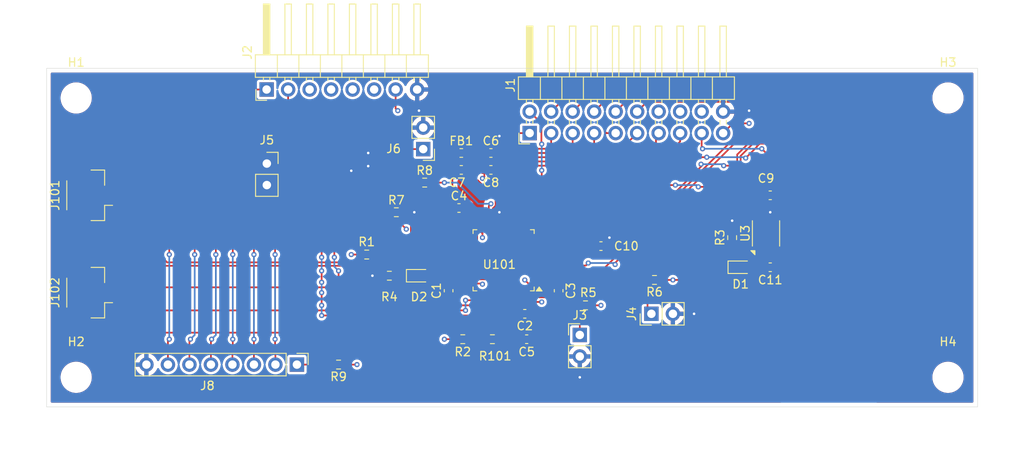
<source format=kicad_pcb>
(kicad_pcb (version 20240108) (generator "pcbnew") (generator_version "8.0")
  (layers (0 "F.Cu" signal) (1 "In1.Cu" signal) (2 "In2.Cu" signal) (31 "B.Cu" signal) (34 "B.Paste" user) (35 "F.Paste" user) (36 "B.SilkS" user "B.Silkscreen") (37 "F.SilkS" user "F.Silkscreen") (38 "B.Mask" user) (39 "F.Mask" user) (44 "Edge.Cuts" user))
  (net 0 "")
  (net 1 "/NRST")
  (net 2 "/M2_DIR")
  (net 3 "Net-(D2-A)")
  (net 4 "Net-(J4-Pin_1)")
  (net 5 "/M2_TACHO")
  (net 6 "/M2_BRAKE")
  (net 7 "/M2_FAULT")
  (net 8 "/M2_PWM")
  (net 9 "/M1_DIR")
  (net 10 "/M1_PWM")
  (net 11 "+6V")
  (net 12 "/M1_BRAKE")
  (net 13 "/SCL")
  (net 14 "/SDA")
  (net 15 "/M1_TACHO")
  (net 16 "GND")
  (net 17 "/M1_FAULT")
  (net 18 "/BOOT0")
  (net 19 "Net-(J6-Pin_1)")
  (net 20 "/UART_TX")
  (net 22 "/UART_RX")
  (net 23 "/SWDCLK")
  (net 24 "Net-(J8-Pin_6)")
  (net 28 "Net-(J8-Pin_2)")
  (net 29 "Net-(J3-Pin_1)")
  (net 30 "+3.3V")
  (net 31 "Net-(J8-Pin_1)")
  (net 33 "Net-(J8-Pin_7)")
  (net 35 "Net-(J8-Pin_5)")
  (net 38 "/WAVEARM_PWM_2")
  (net 39 "/WAVEARM_PWM_1")
  (net 40 "/M2_SLEEP")
  (net 41 "Net-(J8-Pin_4)")
  (net 46 "/M1_SLEEP")
  (net 49 "Net-(J8-Pin_3)")
  (net 50 "/SWDIO")
  (net 51 "Net-(U101-VDDA)")
  (net 52 "/PWR_LED_Cathode")
  (net 53 "Net-(J5-Pin_1)")
  (footprint "Capacitor_SMD:C_0603_1608Metric" (layer "F.Cu") (at 184.5 70.5)
    (property "Reference" "C11")
    (property "Value" "2.2u")
  )
  (footprint "Package_QFP:LQFP-48_7x7mm_P0.5mm" (layer "F.Cu") (at 153 69.675 180)
    (property "Reference" "U101")
    (property "Value" "STM32G474CET6")
  )
  (footprint "Capacitor_SMD:C_0603_1608Metric" (layer "F.Cu") (at 146.5 73.275 90)
    (property "Reference" "C1")
    (property "Value" "100n")
  )
  (footprint "MountingHole:MountingHole_3.2mm_M3" (layer "F.Cu") (at 205.5 83.5)
    (property "Reference" "H4")
    (property "Value" "MountingHole")
  )
  (footprint "Connector_PinHeader_2.54mm:PinHeader_1x02_P2.54mm_Vertical" (layer "F.Cu") (at 170.46 76 90)
    (property "Reference" "J4")
    (property "Value" "Conn_01x02_Pin")
  )
  (footprint "Diode_SMD:D_0603_1608Metric" (layer "F.Cu") (at 143 71.5)
    (property "Reference" "D2")
    (property "Value" "LED")
  )
  (footprint "Resistor_SMD:R_0603_1608Metric" (layer "F.Cu") (at 139.5 71.5 180)
    (property "Reference" "R4")
    (property "Value" "1k")
  )
  (footprint "Capacitor_SMD:C_0603_1608Metric" (layer "F.Cu") (at 147.725 63.5)
    (property "Reference" "C4")
    (property "Value" "100n")
  )
  (footprint "Capacitor_SMD:C_0603_1608Metric" (layer "F.Cu") (at 151.5 57)
    (property "Reference" "C6")
    (property "Value" "10n")
  )
  (footprint "Connector_PinHeader_2.54mm:PinHeader_1x02_P2.54mm_Vertical" (layer "F.Cu") (at 143.5 56.54 180)
    (property "Reference" "J6")
    (property "Value" "Conn_01x02_Pin")
  )
  (footprint "MountingHole:MountingHole_3.2mm_M3" (layer "F.Cu") (at 102.5 50.5)
    (property "Reference" "H1")
    (property "Value" "MountingHole")
  )
  (footprint "Resistor_SMD:R_0603_1608Metric" (layer "F.Cu") (at 133.5 82 180)
    (property "Reference" "R9")
    (property "Value" "10K")
  )
  (footprint "Connector_PinHeader_2.54mm:PinHeader_1x02_P2.54mm_Vertical" (layer "F.Cu") (at 162 78.5)
    (property "Reference" "J3")
    (property "Value" "Conn_01x02_Pin")
  )
  (footprint "Resistor_SMD:R_0603_1608Metric" (layer "F.Cu") (at 180 67 90)
    (property "Reference" "R3")
    (property "Value" "1k")
  )
  (footprint "Connector_PinSocket_2.54mm:PinSocket_1x02_P2.54mm_Vertical" (layer "F.Cu") (at 125.025 58.25)
    (property "Reference" "J5")
    (property "Value" "Conn_01x02_Pin")
  )
  (footprint "Capacitor_SMD:C_0603_1608Metric" (layer "F.Cu") (at 184.5 62 180)
    (property "Reference" "C9")
    (property "Value" "1u")
  )
  (footprint "MountingHole:MountingHole_3.2mm_M3" (layer "F.Cu") (at 102.5 83.5)
    (property "Reference" "H2")
    (property "Value" "MountingHole")
  )
  (footprint "Capacitor_SMD:C_0603_1608Metric" (layer "F.Cu") (at 164.5 68)
    (property "Reference" "C10")
    (property "Value" "100n")
  )
  (footprint "Inductor_SMD:L_0603_1608Metric" (layer "F.Cu") (at 148 57)
    (property "Reference" "FB1")
    (property "Value" "120R")
  )
  (footprint "Connector_JST:JST_GH_BM02B-GHS-TBT_1x02-1MP_P1.25mm_Vertical" (layer "F.Cu") (at 104 62 90)
    (property "Reference" "J101")
    (property "Value" "Conn_01x02")
  )
  (footprint "Capacitor_SMD:C_0603_1608Metric" (layer "F.Cu") (at 159.5 73.275 -90)
    (property "Reference" "C3")
    (property "Value" "100n")
  )
  (footprint "Capacitor_SMD:C_0603_1608Metric" (layer "F.Cu") (at 155.725 79 180)
    (property "Reference" "C5")
    (property "Value" "10u")
  )
  (footprint "Resistor_SMD:R_0603_1608Metric" (layer "F.Cu") (at 162.675 75 180)
    (property "Reference" "R5")
    (property "Value" "10K")
  )
  (footprint "Capacitor_SMD:C_0603_1608Metric" (layer "F.Cu") (at 155.5 76 180)
    (property "Reference" "C2")
    (property "Value" "100n")
  )
  (footprint "Diode_SMD:D_0603_1608Metric" (layer "F.Cu") (at 181 70.5)
    (property "Reference" "D1")
    (property "Value" "LED")
  )
  (footprint "Resistor_SMD:R_0603_1608Metric" (layer "F.Cu") (at 143.675 60.5)
    (property "Reference" "R8")
    (property "Value" "10K")
  )
  (footprint "Resistor_SMD:R_0603_1608Metric" (layer "F.Cu") (at 140.325 64)
    (property "Reference" "R7")
    (property "Value" "10K")
  )
  (footprint "Resistor_SMD:R_0603_1608Metric" (layer "F.Cu") (at 151.675 79)
    (property "Reference" "R101")
    (property "Value" "100k")
  )
  (footprint "Connector_JST:JST_GH_BM02B-GHS-TBT_1x02-1MP_P1.25mm_Vertical" (layer "F.Cu") (at 104 73.5 90)
    (property "Reference" "J102")
    (property "Value" "Conn_01x02")
  )
  (footprint "MountingHole:MountingHole_3.2mm_M3" (layer "F.Cu") (at 205.5 50.5)
    (property "Reference" "H3")
    (property "Value" "MountingHole")
  )
  (footprint "Resistor_SMD:R_0603_1608Metric" (layer "F.Cu") (at 136.825 69)
    (property "Reference" "R1")
    (property "Value" "2k")
  )
  (footprint "Capacitor_SMD:C_0603_1608Metric" (layer "F.Cu") (at 148 59)
    (property "Reference" "C7")
    (property "Value" "1u")
  )
  (footprint "Package_SON:VSON-8-1EP_3x3mm_P0.65mm_EP1.65x2.4mm" (layer "F.Cu") (at 184 66.5 90)
    (property "Reference" "U3")
    (property "Value" "TLV76733QWDRBxQ1")
  )
  (footprint "Resistor_SMD:R_0603_1608Metric" (layer "F.Cu") (at 148.175 79)
    (property "Reference" "R2")
    (property "Value" "2k")
  )
  (footprint "Connector_PinHeader_2.54mm:PinHeader_1x08_P2.54mm_Horizontal" (layer "F.Cu") (at 125 49.5 90)
    (property "Reference" "J2")
    (property "Value" "Conn_01x08")
  )
  (footprint "Connector_PinHeader_2.54mm:PinHeader_2x10_P2.54mm_Horizontal" (layer "F.Cu") (at 156.075 54.65 90)
    (property "Reference" "J1")
    (property "Value" "Conn_02x10_Odd_Even")
  )
  (footprint "Resistor_SMD:R_0603_1608Metric" (layer "F.Cu") (at 170.825 72 180)
    (property "Reference" "R6")
    (property "Value" "10K")
  )
  (footprint "Connector_PinHeader_2.54mm:PinHeader_1x08_P2.54mm_Vertical" (layer "F.Cu") (at 128.58 82 -90)
    (property "Reference" "J8")
    (property "Value" "Conn_01x08")
  )
  (footprint "Capacitor_SMD:C_0603_1608Metric" (layer "F.Cu") (at 151.5 59)
    (property "Reference" "C8")
    (property "Value" "1u")
  )
  (gr_rect (start 99 47) (end 209 87) (stroke (width 0.05)) (fill none) (layer "Edge.Cuts"))
  (gr_text "Sen \nChedi\nGruppe B" (at 186 85.5 0) (layer "F.Cu") (effects (font (size 1.5 1.5) (thickness 0.3) (bold yes)) (justify left bottom)))
  (segment (start 162.009314 69.425) (end 163.434314 68) (width 0.2) (layer "F.Cu") (net 1))
  (segment (start 163.434314 68) (end 163.725 68) (width 0.2) (layer "F.Cu") (net 1))
  (segment (start 157.1625 69.425) (end 162.009314 69.425) (width 0.2) (layer "F.Cu") (net 1))
  (segment (start 161.725 49) (end 158.615 52.11) (width 0.2) (layer "F.Cu") (net 2))
  (segment (start 182.9 56.297058) (end 182.9 56.251471) (width 0.2) (layer "F.Cu") (net 2))
  (segment (start 183.251471 55.9) (end 186.697058 55.9) (width 0.2) (layer "F.Cu") (net 2))
  (segment (start 182.9 56.251471) (end 183.251471 55.9) (width 0.2) (layer "F.Cu") (net 2))
  (segment (start 186.697058 55.9) (end 186.697058 49) (width 0.2) (layer "F.Cu") (net 2))
  (segment (start 172.5 60) (end 172.5 57.5) (width 0.2) (layer "F.Cu") (net 2))
  (segment (start 157.1625 68.425) (end 161.5 68.425) (width 0.2) (layer "F.Cu") (net 2))
  (segment (start 186.697058 49) (end 161.725 49) (width 0.2) (layer "F.Cu") (net 2))
  (segment (start 161.5 60) (end 172.5 60) (width 0.2) (layer "F.Cu") (net 2))
  (segment (start 161.5 68.425) (end 161.5 60) (width 0.2) (layer "F.Cu") (net 2))
  (segment (start 161.5 68.425) (end 161.510618 68.425) (width 0.2) (layer "F.Cu") (net 2))
  (segment (start 172.435618 57.5) (end 172.5 57.5) (width 0.2) (layer "F.Cu") (net 2))
  (segment (start 181.598529 57.598529) (end 182.9 56.297058) (width 0.2) (layer "F.Cu") (net 2))
  (segment (start 172.5 57.5) (end 177 57.5) (width 0.2) (layer "F.Cu") (net 2))
  (via (at 181.598529 57.598529) (size 0.6) (drill 0.3) (layers "F.Cu" "B.Cu") (net 2))
  (via (at 177 57.5) (size 0.6) (drill 0.3) (layers "F.Cu" "B.Cu") (net 2))
  (segment (start 177 57.5) (end 181.5 57.5) (width 0.2) (layer "B.Cu") (net 2))
  (segment (start 181.5 57.5) (end 181.598529 57.598529) (width 0.2) (layer "B.Cu") (net 2))
  (segment (start 147.148696 70.925) (end 148.8375 70.925) (width 0.2) (layer "F.Cu") (net 3))
  (segment (start 143.7875 71.5) (end 144.5375 70.75) (width 0.2) (layer "F.Cu") (net 3))
  (segment (start 146.973696 70.75) (end 147.148696 70.925) (width 0.2) (layer "F.Cu") (net 3))
  (segment (start 144.5375 70.75) (end 146.973696 70.75) (width 0.2) (layer "F.Cu") (net 3))
  (segment (start 157.1625 71.425) (end 165.925 71.425) (width 0.2) (layer "F.Cu") (net 4))
  (segment (start 170 72) (end 169.275 72.725) (width 0.2) (layer "F.Cu") (net 4))
  (segment (start 170 75.54) (end 170.46 76) (width 0.2) (layer "F.Cu") (net 4))
  (segment (start 166.5 72.625) (end 166.5 72) (width 0.2) (layer "F.Cu") (net 4))
  (segment (start 165.925 71.425) (end 166.5 72) (width 0.2) (layer "F.Cu") (net 4))
  (segment (start 166.6 72.725) (end 166.5 72.625) (width 0.2) (layer "F.Cu") (net 4))
  (segment (start 170 72) (end 170 75.54) (width 0.2) (layer "F.Cu") (net 4))
  (segment (start 169.275 72.725) (end 166.6 72.725) (width 0.2) (layer "F.Cu") (net 4))
  (segment (start 153.25 55.75) (end 153.25 65.5125) (width 0.2) (layer "F.Cu") (net 5))
  (segment (start 156.075 54.65) (end 153.85 54.65) (width 0.2) (layer "F.Cu") (net 5))
  (segment (start 153.85 54.65) (end 153.5 55) (width 0.2) (layer "F.Cu") (net 5))
  (segment (start 153.5 55.5) (end 153.25 55.75) (width 0.2) (layer "F.Cu") (net 5))
  (segment (start 153.5 55) (end 153.5 55.5) (width 0.2) (layer "F.Cu") (net 5))
  (segment (start 157.5 59.05) (end 157.5 66.5875) (width 0.2) (layer "F.Cu") (net 6))
  (segment (start 157.465 53.5) (end 157.465 55.915) (width 0.2) (layer "F.Cu") (net 6))
  (segment (start 157.465 55.915) (end 157.5 55.95) (width 0.2) (layer "F.Cu") (net 6))
  (segment (start 157.5 66.5875) (end 157.1625 66.925) (width 0.2) (layer "F.Cu") (net 6))
  (segment (start 156.075 52.11) (end 157.465 53.5) (width 0.2) (layer "F.Cu") (net 6))
  (via (at 157.5 59.05) (size 0.6) (drill 0.3) (layers "F.Cu" "B.Cu") (net 6))
  (via (at 157.5 55.95) (size 0.6) (drill 0.3) (layers "F.Cu" "B.Cu") (net 6))
  (segment (start 157.5 55.95) (end 157.5 59.05) (width 0.2) (layer "B.Cu") (net 6))
  (segment (start 162.1 69.9) (end 162.782843 69.217157) (width 0.2) (layer "F.Cu") (net 7))
  (segment (start 165.645 50.16) (end 163.695 52.11) (width 0.2) (layer "F.Cu") (net 7))
  (segment (start 176.325735 58.608579) (end 176.325735 58.325735) (width 0.2) (layer "F.Cu") (net 7))
  (segment (start 182.682843 55.1) (end 185.897058 55.1) (width 0.2) (layer "F.Cu") (net 7))
  (segment (start 179 58.5) (end 180.598529 58.5) (width 0.2) (layer "F.Cu") (net 7))
  (segment (start 180.598529 57.184314) (end 182.682843 55.1) (width 0.2) (layer "F.Cu") (net 7))
  (segment (start 185.897058 55.1) (end 185.897058 50.16) (width 0.2) (layer "F.Cu") (net 7))
  (segment (start 180.598529 58.5) (end 180.598529 57.184314) (width 0.2) (layer "F.Cu") (net 7))
  (segment (start 157.1875 69.9) (end 162.1 69.9) (width 0.2) (layer "F.Cu") (net 7))
  (segment (start 165.217157 69.217157) (end 165.467157 69.467157) (width 0.2) (layer "F.Cu") (net 7))
  (segment (start 165.467157 69.467157) (end 176.325735 58.608579) (width 0.2) (layer "F.Cu") (net 7))
  (segment (start 157.1625 69.925) (end 157.1875 69.9) (width 0.2) (layer "F.Cu") (net 7))
  (segment (start 185.897058 50.16) (end 165.645 50.16) (width 0.2) (layer "F.Cu") (net 7))
  (segment (start 162.782843 69.217157) (end 165.217157 69.217157) (width 0.2) (layer "F.Cu") (net 7))
  (via (at 176.325735 58.325735) (size 0.6) (drill 0.3) (layers "F.Cu" "B.Cu") (net 7))
  (via (at 179 58.5) (size 0.6) (drill 0.3) (layers "F.Cu" "B.Cu") (net 7))
  (segment (start 176.325735 58.325735) (end 178.825735 58.325735) (width 0.2) (layer "B.Cu") (net 7))
  (segment (start 178.825735 58.325735) (end 179 58.5) (width 0.2) (layer "B.Cu") (net 7))
  (segment (start 182.848529 55.5) (end 186.297058 55.5) (width 0.2) (layer "F.Cu") (net 8))
  (segment (start 186.297058 49.5) (end 163.765 49.5) (width 0.2) (layer "F.Cu") (net 8))
  (segment (start 161.5 68.925) (end 161.576304 68.925) (width 0.2) (layer "F.Cu") (net 8))
  (segment (start 180.998529 59.498529) (end 180.998529 57.35) (width 0.2) (layer "F.Cu") (net 8))
  (segment (start 162 68.430593) (end 162 61) (width 0.2) (layer "F.Cu") (net 8))
  (segment (start 176 61) (end 182.5 61) (width 0.2) (layer "F.Cu") (net 8))
  (segment (start 162 61) (end 169.501304 61) (width 0.2) (layer "F.Cu") (net 8))
  (segment (start 161.505593 68.925) (end 162 68.430593) (width 0.2) (layer "F.Cu") (net 8))
  (segment (start 169.708412 60.792892) (end 173.292892 60.792892) (width 0.2) (layer "F.Cu") (net 8))
  (segment (start 163.765 49.5) (end 161.155 52.11) (width 0.2) (layer "F.Cu") (net 8))
  (segment (start 182.5 61) (end 180.998529 59.498529) (width 0.2) (layer "F.Cu") (net 8))
  (segment (start 157.1625 68.925) (end 161.5 68.925) (width 0.2) (layer "F.Cu") (net 8))
  (segment (start 186.297058 55.5) (end 186.297058 49.5) (width 0.2) (layer "F.Cu") (net 8))
  (segment (start 161.5 68.925) (end 161.505593 68.925) (width 0.2) (layer "F.Cu") (net 8))
  (segment (start 180.998529 57.35) (end 182.848529 55.5) (width 0.2) (layer "F.Cu") (net 8))
  (segment (start 169.501304 61) (end 169.708412 60.792892) (width 0.2) (layer "F.Cu") (net 8))
  (via (at 173.292892 60.792892) (size 0.6) (drill 0.3) (layers "F.Cu" "B.Cu") (net 8))
  (via (at 176 61) (size 0.6) (drill 0.3) (layers "F.Cu" "B.Cu") (net 8))
  (segment (start 175.792892 60.792892) (end 176 61) (width 0.2) (layer "B.Cu") (net 8))
  (segment (start 173.292892 60.792892) (end 175.792892 60.792892) (width 0.2) (layer "B.Cu") (net 8))
  (segment (start 153.75 59.515) (end 153.75 65.5125) (width 0.2) (layer "F.Cu") (net 9))
  (segment (start 158.615 55.885) (end 158 56.5) (width 0.2) (layer "F.Cu") (net 9))
  (segment (start 154 59.265) (end 153.75 59.515) (width 0.2) (layer "F.Cu") (net 9))
  (segment (start 158.615 54.65) (end 158.615 55.885) (width 0.2) (layer "F.Cu") (net 9))
  (segment (start 158 56.5) (end 154 56.5) (width 0.2) (layer "F.Cu") (net 9))
  (segment (start 154 56.5) (end 154 59.265) (width 0.2) (layer "F.Cu") (net 9))
  (segment (start 154.5 61.305) (end 154.25 61.555) (width 0.2) (layer "F.Cu") (net 10))
  (segment (start 160.5 57) (end 154.5 57) (width 0.2) (layer "F.Cu") (net 10))
  (segment (start 161.155 54.65) (end 161.155 56.345) (width 0.2) (layer "F.Cu") (net 10))
  (segment (start 154.25 61.555) (end 154.25 65.5125) (width 0.2) (layer "F.Cu") (net 10))
  (segment (start 161.155 56.345) (end 160.5 57) (width 0.2) (layer "F.Cu") (net 10))
  (segment (start 154.5 57) (end 154.5 61.305) (width 0.2) (layer "F.Cu") (net 10))
  (segment (start 184.975 65.05) (end 185.275 64.75) (width 0.2) (layer "F.Cu") (net 11))
  (segment (start 176.395 54.65) (end 176.395 56.395) (width 0.2) (layer "F.Cu") (net 11))
  (segment (start 185.275 64) (end 185.275 64.75) (width 0.2) (layer "F.Cu") (net 11))
  (segment (start 183 63) (end 185.275 63) (width 0.2) (layer "F.Cu") (net 11))
  (segment (start 176.395 56.395) (end 176.5 56.5) (width 0.2) (layer "F.Cu") (net 11))
  (segment (start 183.025 65.05) (end 183.025 63.025) (width 0.2) (layer "F.Cu") (net 11))
  (segment (start 185.275 63) (end 185.275 64) (width 0.2) (layer "F.Cu") (net 11))
  (segment (start 183.025 63.025) (end 183 63) (width 0.2) (layer "F.Cu") (net 11))
  (segment (start 185.275 58.275) (end 185.275 62) (width 0.2) (layer "F.Cu") (net 11))
  (segment (start 185.275 62) (end 185.275 63) (width 0.2) (layer "F.Cu") (net 11))
  (segment (start 183.5 56.5) (end 185.275 58.275) (width 0.2) (layer "F.Cu") (net 11))
  (via (at 176.5 56.5) (size 0.6) (drill 0.3) (layers "F.Cu" "B.Cu") (net 11))
  (via (at 183.5 56.5) (size 0.6) (drill 0.3) (layers "F.Cu" "B.Cu") (net 11))
  (segment (start 176.5 56.5) (end 183.5 56.5) (width 0.2) (layer "B.Cu") (net 11))
  (segment (start 181.451471 54.7) (end 166.174265 69.977206) (width 0.2) (layer "F.Cu") (net 12))
  (segment (start 166.235 52.11) (end 167.785 50.56) (width 0.2) (layer "F.Cu") (net 12))
  (segment (start 185.497058 53.002942) (end 183.8 54.7) (width 0.2) (layer "F.Cu") (net 12))
  (segment (start 157.93241 70.425) (end 157.1625 70.425) (width 0.2) (layer "F.Cu") (net 12))
  (segment (start 183.8 54.7) (end 181.451471 54.7) (width 0.2) (layer "F.Cu") (net 12))
  (segment (start 166.174265 69.977206) (end 166.174265 70.174265) (width 0.2) (layer "F.Cu") (net 12))
  (segment (start 162.7 70.3) (end 158.05741 70.3) (width 0.2) (layer "F.Cu") (net 12))
  (segment (start 167.785 50.56) (end 185.497058 50.56) (width 0.2) (layer "F.Cu") (net 12))
  (segment (start 163 70) (end 162.7 70.3) (width 0.2) (layer "F.Cu") (net 12))
  (segment (start 158.05741 70.3) (end 157.93241 70.425) (width 0.2) (layer "F.Cu") (net 12))
  (segment (start 185.497058 50.56) (end 185.497058 53.002942) (width 0.2) (layer "F.Cu") (net 12))
  (via (at 166.174265 70.174265) (size 0.6) (drill 0.3) (layers "F.Cu" "B.Cu") (net 12))
  (via (at 163 70) (size 0.6) (drill 0.3) (layers "F.Cu" "B.Cu") (net 12))
  (segment (start 166 70) (end 163 70) (width 0.2) (layer "B.Cu") (net 12))
  (segment (start 166.174265 70.174265) (end 166 70) (width 0.2) (layer "B.Cu") (net 12))
  (segment (start 145 66.475) (end 149.65741 66.475) (width 0.2) (layer "F.Cu") (net 13))
  (segment (start 143 66.5) (end 144.975 66.5) (width 0.2) (layer "F.Cu") (net 13))
  (segment (start 139.12396 63.225) (end 142.725 63.225) (width 0.2) (layer "F.Cu") (net 13))
  (segment (start 143 63.5) (end 143 66.5) (width 0.2) (layer "F.Cu") (net 13))
  (segment (start 149.65741 66.475) (end 149.875 66.69259) (width 0.2) (layer "F.Cu") (net 13))
  (segment (start 127.54 49.5) (end 127.54 57.96) (width 0.2) (layer "F.Cu") (net 13))
  (segment (start 127.54 57.96) (end 127.5 58) (width 0.2) (layer "F.Cu") (net 13))
  (segment (start 149.60741 69.425) (end 148.8375 69.425) (width 0.2) (layer "F.Cu") (net 13))
  (segment (start 138.075 69.425) (end 148.8375 69.425) (width 0.2) (layer "F.Cu") (net 13))
  (segment (start 149.875 66.69259) (end 149.875 69.15741) (width 0.2) (layer "F.Cu") (net 13))
  (segment (start 144.975 66.5) (end 145 66.475) (width 0.2) (layer "F.Cu") (net 13))
  (segment (start 137.65 69) (end 138.075 69.425) (width 0.2) (layer "F.Cu") (net 13))
  (segment (start 144.878334 66.475) (end 145 66.475) (width 0.2) (layer "F.Cu") (net 13))
  (segment (start 142.725 63.225) (end 143 63.5) (width 0.2) (layer "F.Cu") (net 13))
  (segment (start 149.875 69.15741) (end 149.60741 69.425) (width 0.2) (layer "F.Cu") (net 13))
  (segment (start 139 63.10104) (end 139.12396 63.225) (width 0.2) (layer "F.Cu") (net 13))
  (segment (start 127.5 58) (end 139 58) (width 0.2) (layer "F.Cu") (net 13))
  (segment (start 139 58) (end 139 63.10104) (width 0.2) (layer "F.Cu") (net 13))
  (segment (start 149 79) (end 152.75 75.25) (width 0.2) (layer "F.Cu") (net 14))
  (segment (start 115.5 49.5) (end 125 49.5) (width 0.2) (layer "F.Cu") (net 14))
  (segment (start 152.75 75.25) (end 152.75 73.8375) (width 0.2) (layer "F.Cu") (net 14))
  (segment (start 101 78.5) (end 106.95 78.5) (width 0.2) (layer "F.Cu") (net 14))
  (segment (start 101 57) (end 100.9 57.1) (width 0.2) (layer "F.Cu") (net 14))
  (segment (start 107.225 78.225) (end 148.225 78.225) (width 0.2) (layer "F.Cu") (net 14))
  (segment (start 115.5 57) (end 101 57) (width 0.2) (layer "F.Cu") (net 14))
  (segment (start 115.5 49.5) (end 115.5 57) (width 0.2) (layer "F.Cu") (net 14))
  (segment (start 115.5 49.5) (end 115.390256 49.5) (width 0.2) (layer "F.Cu") (net 14))
  (segment (start 106.95 78.5) (end 107.225 78.225) (width 0.2) (layer "F.Cu") (net 14))
  (segment (start 100.9 78.4) (end 101 78.5) (width 0.2) (layer "F.Cu") (net 14))
  (segment (start 100.9 57.1) (end 100.9 78.4) (width 0.2) (layer "F.Cu") (net 14))
  (segment (start 148.225 78.225) (end 149 79) (width 0.2) (layer "F.Cu") (net 14))
  (segment (start 155 63.345) (end 154.75 63.595) (width 0.2) (layer "F.Cu") (net 15))
  (segment (start 163.695 54.65) (end 163.695 56.805) (width 0.2) (layer "F.Cu") (net 15))
  (segment (start 162.5 57) (end 162 57.5) (width 0.2) (layer "F.Cu") (net 15))
  (segment (start 163.695 56.805) (end 163.5 57) (width 0.2) (layer "F.Cu") (net 15))
  (segment (start 162 57.5) (end 155 57.5) (width 0.2) (layer "F.Cu") (net 15))
  (segment (start 163.5 57) (end 162.5 57) (width 0.2) (layer "F.Cu") (net 15))
  (segment (start 154.75 63.595) (end 154.75 65.5125) (width 0.2) (layer "F.Cu") (net 15))
  (segment (start 155 57.5) (end 155 63.345) (width 0.2) (layer "F.Cu") (net 15))
  (segment (start 154.725 76) (end 155.25 75.475) (width 0.2) (layer "F.Cu") (net 16))
  (segment (start 142.78 49.5) (end 142.78 51.78) (width 0.2) (layer "F.Cu") (net 16))
  (segment (start 155.98241 72.8) (end 155.51759 72.8) (width 0.2) (layer "F.Cu") (net 16))
  (segment (start 138.675 71.5) (end 137.5 71.5) (width 0.2) (layer "F.Cu") (net 16))
  (segment (start 159.5 74.05) (end 157.23241 74.05) (width 0.2) (layer "F.Cu") (net 16))
  (segment (start 152.275 57) (end 152.275 55.225) (width 0.2) (layer "F.Cu") (net 16))
  (segment (start 152.275 57) (end 152.275 59) (width 0.2) (layer "F.Cu") (net 16))
  (segment (start 140 54) (end 143.5 54) (width 0.2) (layer "F.Cu") (net 16))
  (segment (start 184.325 64.175) (end 184.5 64) (width 0.2) (layer "F.Cu") (net 16))
  (segment (start 150 57.775) (end 151.05 57.775) (width 0.2) (layer "F.Cu") (net 16))
  (segment (start 180 66.175) (end 180 65) (width 0.2) (layer "F.Cu") (net 16))
  (segment (start 143.5 52.5) (end 143 52) (width 0.2) (layer "F.Cu") (net 16))
  (segment (start 184.325 66.175) (end 184 66.5) (width 0.2) (layer "F.Cu") (net 16))
  (segment (start 147.075 71.925) (end 148.8375 71.925) (width 0.2) (layer "F.Cu") (net 16))
  (segment (start 181.89 52.11) (end 182 52) (width 0.2) (layer "F.Cu") (net 16))
  (segment (start 151.05 57.775) (end 152.275 59) (width 0.2) (layer "F.Cu") (net 16))
  (segment (start 162 81.04) (end 162 83.5) (width 0.2) (layer "F.Cu") (net 16))
  (segment (start 149.425 71.925) (end 149.5 72) (width 0.2) (layer "F.Cu") (net 16))
  (segment (start 152.75 65.5125) (end 152.75 64.25) (width 0.2) (layer "F.Cu") (net 16))
  (segment (start 143.5 54) (end 143.5 52.5) (width 0.2) (layer "F.Cu") (net 16))
  (segment (start 154.074999 71.925) (end 155.217589 73.06759) (width 0.2) (layer "F.Cu") (net 16))
  (segment (start 165.275 68) (end 165.275 67.225) (width 0.2) (layer "F.Cu") (net 16))
  (segment (start 184.325 65.05) (end 184.325 64.175) (width 0.2) (layer "F.Cu") (net 16))
  (segment (start 152.75 64.25) (end 152.5 64) (width 0.2) (layer "F.Cu") (net 16))
  (segment (start 154.95 76.225) (end 154.725 76) (width 0.2) (layer "F.Cu") (net 16))
  (segment (start 146.5 72.5) (end 147.075 71.925) (width 0.2) (layer "F.Cu") (net 16))
  (segment (start 150.5 64.49259) (end 150.75 64.74259) (width 0.2) (layer "F.Cu") (net 16))
  (segment (start 148.8375 71.925) (end 154.074999 71.925) (width 0.2) (layer "F.Cu") (net 16))
  (segment (start 125.025 60.79) (end 133.31 60.79) (width 0.2) (layer "F.Cu") (net 16))
  (segment (start 133.31 60.79) (end 135 59.1) (width 0.2) (layer "F.Cu") (net 16))
  (segment (start 148.8375 71.925) (end 149.425 71.925) (width 0.2) (layer "F.Cu") (net 16))
  (segment (start 185.275 70.5) (end 185.275 68.25) (width 0.2) (layer "F.Cu") (net 16))
  (segment (start 137 57) (end 140 54) (width 0.2) (layer "F.Cu") (net 16))
  (segment (start 183.725 62) (end 183 62) (width 0.2) (layer "F.Cu") (net 16))
  (segment (start 178.935 52.11) (end 181.89 52.11) (width 0.2) (layer "F.Cu") (net 16))
  (segment (start 157.23241 74.05) (end 155.98241 72.8) (width 0.2) (layer "F.Cu") (net 16))
  (segment (start 150.75 64.74259) (end 150.75 65.5125) (width 0.2) (layer "F.Cu") (net 16))
  (segment (start 152.275 55.225) (end 152.5 55) (width 0.2) (layer "F.Cu") (net 16))
  (segment (start 148.775 59) (end 150 57.775) (width 0.2) (layer "F.Cu") (net 16))
  (segment (start 155.217589 73.06759) (end 155.25 73.06759) (width 0.2) (layer "F.Cu") (net 16))
  (segment (start 165.275 67.225) (end 165.5 67) (width 0.2) (layer "F.Cu") (net 16))
  (segment (start 154.95 79) (end 154.95 76.225) (width 0.2) (layer "F.Cu") (net 16))
  (segment (start 173 76) (end 175.5 76) (width 0.2) (layer "F.Cu") (net 16))
  (segment (start 155.25 75.475) (end 155.25 73.8375) (width 0.2) (layer "F.Cu") (net 16))
  (segment (start 155.51759 72.8) (end 155.25 73.06759) (width 0.2) (layer "F.Cu") (net 16))
  (segment (start 185.275 68.25) (end 184.975 67.95) (width 0.2) (layer "F.Cu") (net 16))
  (segment (start 150.5 63.5) (end 150.5 64.49259) (width 0.2) (layer "F.Cu") (net 16))
  (segment (start 142.78 51.78) (end 143 52) (width 0.2) (layer "F.Cu") (net 16))
  (segment (start 155.25 73.06759) (end 155.25 73.8375) (width 0.2) (layer "F.Cu") (net 16))
  (segment (start 183 62) (end 180 65) (width 0.2) (layer "F.Cu") (net 16))
  (segment (start 148.5 63.5) (end 150.5 63.5) (width 0.2) (layer "F.Cu") (net 16))
  (segment (start 184.325 65.05) (end 184.325 66.175) (width 0.2) (layer "F.Cu") (net 16))
  (via (at 143 52) (size 0.6) (drill 0.3) (layers "F.Cu" "B.Cu") (net 16))
  (via (at 137 57) (size 0.6) (drill 0.3) (layers "F.Cu" "B.Cu") (net 16))
  (via (at 165.5 67) (size 0.6) (drill 0.3) (layers "F.Cu" "B.Cu") (net 16))
  (via (at 137.5 71.5) (size 0.6) (drill 0.3) (layers "F.Cu" "B.Cu") (net 16))
  (via (at 175.5 76) (size 0.6) (drill 0.3) (layers "F.Cu" "B.Cu") (net 16))
  (via (at 184.5 64) (size 0.6) (drill 0.3) (layers "F.Cu" "B.Cu") (net 16))
  (via (at 180 65) (size 0.6) (drill 0.3) (layers "F.Cu" "B.Cu") (net 16))
  (via (at 135 59.1) (size 0.6) (drill 0.3) (layers "F.Cu" "B.Cu") (net 16))
  (via (at 152.5 64) (size 0.6) (drill 0.3) (layers "F.Cu" "B.Cu") (net 16))
  (via (at 162 83.5) (size 0.6) (drill 0.3) (layers "F.Cu" "B.Cu") (net 16))
  (via (at 182 52) (size 0.6) (drill 0.3) (layers "F.Cu" "B.Cu") (net 16))
  (via (at 152.5 55) (size 0.6) (drill 0.3) (layers "F.Cu" "B.Cu") (net 16))
  (segment (start 135 59) (end 137 57) (width 0.2) (layer "B.Cu") (net 16))
  (segment (start 135 59.1) (end 135 59) (width 0.2) (layer "B.Cu") (net 16))
  (segment (start 166.235 54.65) (end 165.15 54.65) (width 0.2) (layer "F.Cu") (net 17))
  (segment (start 165 54.5) (end 165 55.994975) (width 0.2) (layer "F.Cu") (net 17))
  (segment (start 165.15 54.65) (end 165 54.5) (width 0.2) (layer "F.Cu") (net 17))
  (segment (start 165 55.994975) (end 162.994975 58) (width 0.2) (layer "F.Cu") (net 17))
  (segment (start 155.5 64.525001) (end 155.25 64.775001) (width 0.2) (layer "F.Cu") (net 17))
  (segment (start 155.5 58) (end 155.5 64.525001) (width 0.2) (layer "F.Cu") (net 17))
  (segment (start 155.25 64.775001) (end 155.25 65.5125) (width 0.2) (layer "F.Cu") (net 17))
  (segment (start 162.994975 58) (end 155.5 58) (width 0.2) (layer "F.Cu") (net 17))
  (segment (start 155.25 64.74259) (end 155.25 65.5125) (width 0.2) (layer "F.Cu") (net 17))
  (segment (start 152.5 79) (end 152.5 77.001304) (width 0.2) (layer "F.Cu") (net 18))
  (segment (start 152.5 77.001304) (end 154.25 75.251304) (width 0.2) (layer "F.Cu") (net 18))
  (segment (start 154.25 75.251304) (end 154.25 73.8375) (width 0.2) (layer "F.Cu") (net 18))
  (segment (start 140.54 56.54) (end 140.5 56.5) (width 0.2) (layer "F.Cu") (net 19))
  (segment (start 151.5 63) (end 151.25 63.25) (width 0.2) (layer "F.Cu") (net 19))
  (segment (start 140.5 56.5) (end 140.5 62) (width 0.2) (layer "F.Cu") (net 19))
  (segment (start 140.5 62) (end 144.5 62) (width 0.2) (layer "F.Cu") (net 19))
  (segment (start 144.5 60.5) (end 146 60.5) (width 0.2) (layer "F.Cu") (net 19))
  (segment (start 143.5 56.54) (end 140.54 56.54) (width 0.2) (layer "F.Cu") (net 19))
  (segment (start 144.5 62) (end 144.5 60.5) (width 0.2) (layer "F.Cu") (net 19))
  (segment (start 151.25 63.25) (end 151.25 65.5125) (width 0.2) (layer "F.Cu") (net 19))
  (via (at 146 60.5) (size 0.6) (drill 0.3) (layers "F.Cu" "B.Cu") (net 19))
  (via (at 151.5 63) (size 0.6) (drill 0.3) (layers "F.Cu" "B.Cu") (net 19))
  (segment (start 150 63) (end 151.5 63) (width 0.2) (layer "B.Cu") (net 19))
  (segment (start 147.5 60.5) (end 150 63) (width 0.2) (layer "B.Cu") (net 19))
  (segment (start 146 60.5) (end 147.5 60.5) (width 0.2) (layer "B.Cu") (net 19))
  (segment (start 112.825 69.5) (end 113.25 69.925) (width 0.2) (layer "F.Cu") (net 20))
  (segment (start 113.25 69.925) (end 148.8375 69.925) (width 0.2) (layer "F.Cu") (net 20))
  (segment (start 105.95 62.625) (end 105.95 69.45) (width 0.2) (layer "F.Cu") (net 20))
  (segment (start 106 69.5) (end 112.825 69.5) (width 0.2) (layer "F.Cu") (net 20))
  (segment (start 105.95 69.45) (end 106 69.5) (width 0.2) (layer "F.Cu") (net 20))
  (segment (start 104.5 62.5) (end 104.5 70) (width 0.2) (layer "F.Cu") (net 22))
  (segment (start 147.5 70.325) (end 147.6 70.425) (width 0.2) (layer "F.Cu") (net 22))
  (segment (start 104.5 70) (end 111.834448 70) (width 0.2) (layer "F.Cu") (net 22))
  (segment (start 112.159448 70.325) (end 147.5 70.325) (width 0.2) (layer "F.Cu") (net 22))
  (segment (start 105.100001 61.375) (end 104.5 61.975001) (width 0.2) (layer "F.Cu") (net 22))
  (segment (start 104.5 61.975001) (end 104.5 62.5) (width 0.2) (layer "F.Cu") (net 22))
  (segment (start 147.6 70.425) (end 148.8375 70.425) (width 0.2) (layer "F.Cu") (net 22))
  (segment (start 111.834448 70) (end 112.159448 70.325) (width 0.2) (layer "F.Cu") (net 22))
  (segment (start 105.95 61.375) (end 105.100001 61.375) (width 0.2) (layer "F.Cu") (net 22))
  (segment (start 104.5 62.5) (end 104.5 62.665552) (width 0.2) (layer "F.Cu") (net 22))
  (segment (start 132.5 75) (end 150.5 75) (width 0.2) (layer "F.Cu") (net 23))
  (segment (start 132.5 72.875) (end 132.5 75) (width 0.2) (layer "F.Cu") (net 23))
  (segment (start 150.75 74.75) (end 150.75 73.8375) (width 0.2) (layer "F.Cu") (net 23))
  (segment (start 105.95 72.875) (end 132.5 72.875) (width 0.2) (layer "F.Cu") (net 23))
  (segment (start 150.5 75) (end 150.75 74.75) (width 0.2) (layer "F.Cu") (net 23))
  (segment (start 141.425 67.925) (end 141.5 67.925) (width 0.2) (layer "F.Cu") (net 24))
  (segment (start 141.425 68) (end 141.5 67.925) (width 0.2) (layer "F.Cu") (net 24))
  (segment (start 116 79) (end 115.88 79.12) (width 0.2) (layer "F.Cu") (net 24))
  (segment (start 137 63.5) (end 139 65.5) (width 0.2) (layer "F.Cu") (net 24))
  (segment (start 129 63.5) (end 137 63.5) (width 0.2) (layer "F.Cu") (net 24))
  (segment (start 141.5 67.925) (end 148.8375 67.925) (width 0.2) (layer "F.Cu") (net 24))
  (segment (start 139.144975 67.15) (end 139.5 67.505025) (width 0.2) (layer "F.Cu") (net 24))
  (segment (start 117 63.5) (end 116.5 64) (width 0.2) (layer "F.Cu") (net 24))
  (segment (start 116.5 64) (end 116.5 69) (width 0.2) (layer "F.Cu") (net 24))
  (segment (start 139.5 68) (end 141.425 68) (width 0.2) (layer "F.Cu") (net 24))
  (segment (start 139 67.15) (end 139.144975 67.15) (width 0.2) (layer "F.Cu") (net 24))
  (segment (start 129 63.5) (end 117 63.5) (width 0.2) (layer "F.Cu") (net 24))
  (segment (start 115.88 79.12) (end 115.88 82) (width 0.2) (layer "F.Cu") (net 24))
  (segment (start 139.5 67.505025) (end 139.5 68) (width 0.2) (layer "F.Cu") (net 24))
  (segment (start 139 65.5) (end 139 67.15) (width 0.2) (layer "F.Cu") (net 24))
  (via (at 116.5 69) (size 0.6) (drill 0.3) (layers "F.Cu" "B.Cu") (net 24))
  (via (at 116 79) (size 0.6) (drill 0.3) (layers "F.Cu" "B.Cu") (net 24))
  (segment (start 116.5 69) (end 116.5 78.5) (width 0.2) (layer "B.Cu") (net 24))
  (segment (start 116.5 78.5) (end 116 79) (width 0.2) (layer "B.Cu") (net 24))
  (segment (start 126 67.5) (end 126 69) (width 0.2) (layer "F.Cu") (net 28))
  (segment (start 131.5 67.5) (end 131.5 69.325) (width 0.2) (layer "F.Cu") (net 28))
  (segment (start 129.5 67.5) (end 126 67.5) (width 0.2) (layer "F.Cu") (net 28))
  (segment (start 131.5 73.5) (end 131.5 75) (width 0.2) (layer "F.Cu") (net 28))
  (segment (start 126.04 80.04) (end 126.04 82) (width 0.2) (layer "F.Cu") (net 28))
  (segment (start 126 80) (end 126.04 80.04) (width 0.2) (layer "F.Cu") (net 28))
  (segment (start 131.42604 69.325) (end 131.5 69.325) (width 0.2) (layer "F.Cu") (net 28))
  (segment (start 129.5 67.5) (end 131.5 67.5) (width 0.2) (layer "F.Cu") (net 28))
  (segment (start 149.865686 76.2) (end 151.25 74.815686) (width 0.2) (layer "F.Cu") (net 28))
  (segment (start 131.5 76.2) (end 149.865686 76.2) (width 0.2) (layer "F.Cu") (net 28))
  (segment (start 131.5 70.925) (end 131.5 72.275) (width 0.2) (layer "F.Cu") (net 28))
  (segment (start 126 79) (end 126 80) (width 0.2) (layer "F.Cu") (net 28))
  (segment (start 151.25 74.815686) (end 151.25 73.8375) (width 0.2) (layer "F.Cu") (net 28))
  (via (at 131.5 70.925) (size 0.6) (drill 0.3) (layers "F.Cu" "B.Cu") (net 28))
  (via (at 131.5 76.2) (size 0.6) (drill 0.3) (layers "F.Cu" "B.Cu") (net 28))
  (via (at 131.5 69.325) (size 0.6) (drill 0.3) (layers "F.Cu" "B.Cu") (net 28))
  (via (at 126 79) (size 0.6) (drill 0.3) (layers "F.Cu" "B.Cu") (net 28))
  (via (at 131.5 72.275) (size 0.6) (drill 0.3) (layers "F.Cu" "B.Cu") (net 28))
  (via (at 126 69) (size 0.6) (drill 0.3) (layers "F.Cu" "B.Cu") (net 28))
  (via (at 131.5 73.5) (size 0.6) (drill 0.3) (layers "F.Cu" "B.Cu") (net 28))
  (via (at 131.5 75) (size 0.6) (drill 0.3) (layers "F.Cu" "B.Cu") (net 28))
  (segment (start 131.5 69.325) (end 131.5 70.925) (width 0.2) (layer "B.Cu") (net 28))
  (segment (start 131.5 75) (end 131.5 76.2) (width 0.2) (layer "B.Cu") (net 28))
  (segment (start 131.5 72.275) (end 131.5 73.5) (width 0.2) (layer "B.Cu") (net 28))
  (segment (start 126 69) (end 126 79) (width 0.2) (layer "B.Cu") (net 28))
  (segment (start 151.8 76.765686) (end 151.8 79.487648) (width 0.2) (layer "F.Cu") (net 29))
  (segment (start 162 78) (end 162 75.15) (width 0.2) (layer "F.Cu") (net 29))
  (segment (start 153.25 73.8375) (end 153.25 75.315686) (width 0.2) (layer "F.Cu") (net 29))
  (segment (start 160 79.5) (end 160 75) (width 0.2) (layer "F.Cu") (net 29))
  (segment (start 153.25 75.315686) (end 151.8 76.765686) (width 0.2) (layer "F.Cu") (net 29))
  (segment (start 160 75) (end 161.85 75) (width 0.2) (layer "F.Cu") (net 29))
  (segment (start 151.8 79.487648) (end 152.087352 79.775) (width 0.2) (layer "F.Cu") (net 29))
  (segment (start 162 75.15) (end 161.85 75) (width 0.2) (layer "F.Cu") (net 29))
  (segment (start 152.087352 79.775) (end 159.725 79.775) (width 0.2) (layer "F.Cu") (net 29))
  (segment (start 159.725 79.775) (end 160 79.5) (width 0.2) (layer "F.Cu") (net 29))
  (segment (start 136 69) (end 135 69) (width 0.2) (layer "F.Cu") (net 30))
  (segment (start 156.5 79) (end 156.5 76.225) (width 0.2) (layer "F.Cu") (net 30))
  (segment (start 146.5 74.05) (end 147.2125 74.05) (width 0.2) (layer "F.Cu") (net 30))
  (segment (start 156.275 76) (end 156.275 74.3625) (width 0.2) (layer "F.Cu") (net 30))
  (segment (start 157.1625 72.425) (end 155.925 72.425) (width 0.2) (layer "F.Cu") (net 30))
  (segment (start 146.95 65.45) (end 147 65.5) (width 0.2) (layer "F.Cu") (net 30))
  (segment (start 180.2875 72) (end 173 72) (width 0.2) (layer "F.Cu") (net 30))
  (segment (start 140.24 49.5) (end 140.24 51.74) (width 0.2) (layer "F.Cu") (net 30))
  (segment (start 150.725 59) (end 150.725 59.775) (width 0.2) (layer "F.Cu") (net 30))
  (segment (start 150.500001 66.5) (end 150.5 66.500001) (width 0.2) (layer "F.Cu") (net 30))
  (segment (start 150.5 66.500001) (end 150.5 67) (width 0.2) (layer "F.Cu") (net 30))
  (segment (start 181.7875 70.5) (end 180.2875 72) (width 0.2) (layer "F.Cu") (net 30))
  (segment (start 180.085 53.5) (end 182 53.5) (width 0.2) (layer "F.Cu") (net 30))
  (segment (start 147 65.5) (end 147.5 65.5) (width 0.2) (layer "F.Cu") (net 30))
  (segment (start 156.5 76.225) (end 156.275 76) (width 0.2) (layer "F.Cu") (net 30))
  (segment (start 146.95 60) (end 146.95 63.5) (width 0.2) (layer "F.Cu") (net 30))
  (segment (start 134.325 82) (end 135.675 82) (width 0.2) (layer "F.Cu") (net 30))
  (segment (start 147.225 59) (end 147.225 57.0125) (width 0.2) (layer "F.Cu") (net 30))
  (segment (start 146.95 63.5) (end 146.95 65.45) (width 0.2) (layer "F.Cu") (net 30))
  (segment (start 150.500001 66.5) (end 150.25 66.249999) (width 0.2) (layer "F.Cu") (net 30))
  (segment (start 140.24 51.74) (end 140.5 52) (width 0.2) (layer "F.Cu") (net 30))
  (segment (start 147.225 59.725) (end 146.95 60) (width 0.2) (layer "F.Cu") (net 30))
  (segment (start 183.025 68.374999) (end 183.650001 69) (width 0.2) (layer "F.Cu") (net 30))
  (segment (start 183.025 67.95) (end 183.025 68.374999) (width 0.2) (layer "F.Cu") (net 30))
  (segment (start 171.65 72) (end 173 72) (width 0.2) (layer "F.Cu") (net 30))
  (segment (start 139.5 64) (end 141.5 66) (width 0.2) (layer "F.Cu") (net 30))
  (segment (start 148.8375 72.425) (end 150.425 72.425) (width 0.2) (layer "F.Cu") (net 30))
  (segment (start 147.2125 74.05) (end 148.8375 72.425) (width 0.2) (layer "F.Cu") (net 30))
  (segment (start 163.5 75) (end 164.5 75) (width 0.2) (layer "F.Cu") (net 30))
  (segment (start 184.325 69) (end 184.325 67.95) (width 0.2) (layer "F.Cu") (net 30))
  (segment (start 144.35 59) (end 147.225 59) (width 0.2) (layer "F.Cu") (net 30))
  (segment (start 178.935 54.65) (end 180.085 53.5) (width 0.2) (layer "F.Cu") (net 30))
  (segment (start 147.5125 65.5125) (end 150.25 65.5125) (width 0.2) (layer "F.Cu") (net 30))
  (segment (start 184.325 69.9) (end 184.325 69) (width 0.2) (layer "F.Cu") (net 30))
  (segment (start 150.425 72.425) (end 150.5 72.5) (width 0.2) (layer "F.Cu") (net 30))
  (segment (start 150.25 66.249999) (end 150.25 65.5125) (width 0.2) (layer "F.Cu") (net 30))
  (segment (start 147.35 79) (end 146 79) (width 0.2) (layer "F.Cu") (net 30))
  (segment (start 142.85 60.5) (end 144.35 59) (width 0.2) (layer "F.Cu") (net 30))
  (segment (start 147.5 65.5) (end 147.5125 65.5125) (width 0.2) (layer "F.Cu") (net 30))
  (segment (start 183.725 70.5) (end 184.325 69.9) (width 0.2) (layer "F.Cu") (net 30))
  (segment (start 156.275 74.3625) (end 156.5125 74.6) (width 0.2) (layer "F.Cu") (net 30))
  (segment (start 147.225 59) (end 147.225 59.725) (width 0.2) (layer "F.Cu") (net 30))
  (segment (start 157.2375 72.5) (end 157.1625 72.425) (width 0.2) (layer "F.Cu") (net 30))
  (segment (start 156.5125 74.6) (end 157.5 74.6) (width 0.2) (layer "F.Cu") (net 30))
  (segment (start 159.5 72.5) (end 157.2375 72.5) (width 0.2) (layer "F.Cu") (net 30))
  (segment (start 148.7875 57) (end 147.2125 57) (width 0.2) (layer "F.Cu") (net 30))
  (segment (start 150.725 59.775) (end 150.5 60) (width 0.2) (layer "F.Cu") (net 30))
  (segment (start 148.7875 57) (end 150.725 57) (width 0.2) (layer "F.Cu") (net 30))
  (segment (start 155.925 72.425) (end 155.5 72) (width 0.2) (layer "F.Cu") (net 30))
  (segment (start 183.650001 69) (end 184.325 69) (width 0.2) (layer "F.Cu") (net 30))
  (segment (start 147.225 57.0125) (end 147.2125 57) (width 0.2) (layer "F.Cu") (net 30))
  (segment (start 181.7875 70.5) (end 183.725 70.5) (width 0.2) (layer "F.Cu") (net 30))
  (segment (start 156.275 74.3625) (end 155.75 73.8375) (width 0.2) (layer "F.Cu") (net 30))
  (via (at 146 79) (size 0.6) (drill 0.3) (layers "F.Cu" "B.Cu") (net 30))
  (via (at 135 69) (size 0.6) (drill 0.3) (layers "F.Cu" "B.Cu") (net 30))
  (via (at 140.5 52) (size 0.6) (drill 0.3) (layers "F.Cu" "B.Cu") (net 30))
  (via (at 150.5 67) (size 0.6) (drill 0.3) (layers "F.Cu" "B.Cu") (net 30))
  (via (at 164.5 75) (size 0.6) (drill 0.3) (layers "F.Cu" "B.Cu") (net 30))
  (via (at 157.5 74.6) (size 0.6) (drill 0.3) (layers "F.Cu" "B.Cu") (net 30))
  (via (at 182 53.5) (size 0.6) (drill 0.3) (layers "F.Cu" "B.Cu") (net 30))
  (via (at 150.5 60) (size 0.6) (drill 0.3) (layers "F.Cu" "B.Cu") (net 30))
  (via (at 155.5 72) (size 0.6) (drill 0.3) (layers "F.Cu" "B.Cu") (net 30))
  (via (at 173 72) (size 0.6) (drill 0.3) (layers "F.Cu" "B.Cu") (net 30))
  (via (at 141.5 66) (size 0.6) (drill 0.3) (layers "F.Cu" "B.Cu") (net 30))
  (via (at 150.5 72.5) (size 0.6) (drill 0.3) (layers "F.Cu" "B.Cu") (net 30))
  (via (at 135.675 82) (size 0.6) (drill 0.3) (layers "F.Cu" "B.Cu") (net 30))
  (segment (start 132.675 82) (end 128.58 82) (width 0.2) (layer "F.Cu") (net 31))
  (segment (start 136.812352 62.5) (end 140 65.687648) (width 0.2) (layer "F.Cu") (net 33))
  (segment (start 113.34 79.16) (end 113.34 82) (width 0.2) (layer "F.Cu") (net 33))
  (segment (start 141.737352 67.425) (end 148.8375 67.425) (width 0.2) (layer "F.Cu") (net 33))
  (segment (start 113.5 79) (end 113.34 79.16) (width 0.2) (layer "F.Cu") (net 33))
  (segment (start 113.5 69) (end 113.5 63) (width 0.2) (layer "F.Cu") (net 33))
  (segment (start 140 67.5) (end 141.662352 67.5) (width 0.2) (layer "F.Cu") (net 33))
  (segment (start 114 62.5) (end 136.812352 62.5) (width 0.2) (layer "F.Cu") (net 33))
  (segment (start 140 65.687648) (end 140 67.5) (width 0.2) (layer "F.Cu") (net 33))
  (segment (start 141.662352 67.5) (end 141.737352 67.425) (width 0.2) (layer "F.Cu") (net 33))
  (segment (start 113.5 63) (end 114 62.5) (width 0.2) (layer "F.Cu") (net 33))
  (via (at 113.5 69) (size 0.6) (drill 0.3) (layers "F.Cu" "B.Cu") (net 33))
  (via (at 113.5 79) (size 0.6) (drill 0.3) (layers "F.Cu" "B.Cu") (net 33))
  (segment (start 113.5 69) (end 113.5 79) (width 0.2) (layer "B.Cu") (net 33))
  (segment (start 119 64.5) (end 137.434314 64.5) (width 0.2) (layer "F.Cu") (net 35))
  (segment (start 119 69) (end 119 64.5) (width 0.2) (layer "F.Cu") (net 35))
  (segment (start 118.42 79.08) (end 118.42 82) (width 0.2) (layer "F.Cu") (net 35))
  (segment (start 138.5 65.565686) (end 138.5 67.5) (width 0.2) (layer "F.Cu") (net 35))
  (segment (start 139 68.5) (end 141.284314 68.5) (width 0.2) (layer "F.Cu") (net 35))
  (segment (start 137.434314 64.5) (end 138.5 65.565686) (width 0.2) (layer "F.Cu") (net 35))
  (segment (start 139 67.5) (end 139 68.5) (width 0.2) (layer "F.Cu") (net 35))
  (segment (start 118.5 79) (end 118.42 79.08) (width 0.2) (layer "F.Cu") (net 35))
  (segment (start 138.5 67.5) (end 139 67.5) (width 0.2) (layer "F.Cu") (net 35))
  (segment (start 141.284314 68.5) (end 141.359314 68.425) (width 0.2) (layer "F.Cu") (net 35))
  (segment (start 141.359314 68.425) (end 148.8375 68.425) (width 0.2) (layer "F.Cu") (net 35))
  (via (at 119 69) (size 0.6) (drill 0.3) (layers "F.Cu" "B.Cu") (net 35))
  (via (at 118.5 79) (size 0.6) (drill 0.3) (layers "F.Cu" "B.Cu") (net 35))
  (segment (start 119 69) (end 119 78.5) (width 0.2) (layer "B.Cu") (net 35))
  (segment (start 119 78.5) (end 118.5 79) (width 0.2) (layer "B.Cu") (net 35))
  (segment (start 173.855 55.645) (end 173 56.5) (width 0.2) (layer "F.Cu") (net 38))
  (segment (start 173 56.5) (end 168 56.5) (width 0.2) (layer "F.Cu") (net 38))
  (segment (start 160.5 67.845) (end 160.58 67.925) (width 0.2) (layer "F.Cu") (net 38))
  (segment (start 168 56.5) (end 165 59.5) (width 0.2) (layer "F.Cu") (net 38))
  (segment (start 160.58 67.925) (end 157.1625 67.925) (width 0.2) (layer "F.Cu") (net 38))
  (segment (start 160.5 59.5) (end 160.5 67.845) (width 0.2) (layer "F.Cu") (net 38))
  (segment (start 173.855 54.65) (end 173.855 55.645) (width 0.2) (layer "F.Cu") (net 38))
  (segment (start 165 59.5) (end 160.5 59.5) (width 0.2) (layer "F.Cu") (net 38))
  (segment (start 171 56) (end 167.919974 56) (width 0.2) (layer "F.Cu") (net 39))
  (segment (start 171.315 54.65) (end 171 54.965) (width 0.2) (layer "F.Cu") (net 39))
  (segment (start 165.209987 58.709987) (end 165.069975 58.85) (width 0.2) (layer "F.Cu") (net 39))
  (segment (start 165.069975 58.85) (end 164.919975 59) (width 0.2) (layer "F.Cu") (net 39))
  (segment (start 164.919975 59) (end 160 59) (width 0.2) (layer "F.Cu") (net 39))
  (segment (start 171 54.965) (end 171 56) (width 0.2) (layer "F.Cu") (net 39))
  (segment (start 160 67.167081) (end 159.742081 67.425) (width 0.2) (layer "F.Cu") (net 39))
  (segment (start 159.742081 67.425) (end 157.1625 67.425) (width 0.2) (layer "F.Cu") (net 39))
  (segment (start 167.919974 56) (end 165.209987 58.709987) (width 0.2) (layer "F.Cu") (net 39))
  (segment (start 160 59) (end 160 67.167081) (width 0.2) (layer "F.Cu") (net 39))
  (segment (start 168.775 52.11) (end 169.925 50.96) (width 0.2) (layer "F.Cu") (net 40))
  (segment (start 181.200001 54.3) (end 164.575001 70.925) (width 0.2) (layer "F.Cu") (net 40))
  (segment (start 183.634314 54.3) (end 181.200001 54.3) (width 0.2) (layer "F.Cu") (net 40))
  (segment (start 185.097058 50.96) (end 185.097058 52.837256) (width 0.2) (layer "F.Cu") (net 40))
  (segment (start 185.097058 52.837256) (end 183.634314 54.3) (width 0.2) (layer "F.Cu") (net 40))
  (segment (start 164.575001 70.925) (end 157.1625 70.925) (width 0.2) (layer "F.Cu") (net 40))
  (segment (start 169.925 50.96) (end 185.097058 50.96) (width 0.2) (layer "F.Cu") (net 40))
  (segment (start 138.5 68) (end 138.5 69) (width 0.2) (layer "F.Cu") (net 41))
  (segment (start 141.218628 69) (end 141.293628 68.925) (width 0.2) (layer "F.Cu") (net 41))
  (segment (start 137.868628 65.5) (end 138 65.631372) (width 0.2) (layer "F.Cu") (net 41))
  (segment (start 121 80) (end 120.96 80.04) (width 0.2) (layer "F.Cu") (net 41))
  (segment (start 138.5 69) (end 141.218628 69) (width 0.2) (layer "F.Cu") (net 41))
  (segment (start 121 65.5) (end 121 69) (width 0.2) (layer "F.Cu") (net 41))
  (segment (start 120.96 80.04) (end 120.96 82) (width 0.2) (layer "F.Cu") (net 41))
  (segment (start 129 65.5) (end 121 65.5) (width 0.2) (layer "F.Cu") (net 41))
  (segment (start 141.293628 68.925) (end 148.8375 68.925) (width 0.2) (layer "F.Cu") (net 41))
  (segment (start 138 68) (end 138.5 68) (width 0.2) (layer "F.Cu") (net 41))
  (segment (start 121 79) (end 121 80) (width 0.2) (layer "F.Cu") (net 41))
  (segment (start 129 65.5) (end 137.868628 65.5) (width 0.2) (layer "F.Cu") (net 41))
  (segment (start 138 65.631372) (end 138 68) (width 0.2) (layer "F.Cu") (net 41))
  (via (at 121 79) (size 0.6) (drill 0.3) (layers "F.Cu" "B.Cu") (net 41))
  (via (at 121 69) (size 0.6) (drill 0.3) (layers "F.Cu" "B.Cu") (net 41))
  (segment (start 121 69) (end 121 79) (width 0.2) (layer "B.Cu") (net 41))
  (segment (start 164.925 58.5) (end 156 58.5) (width 0.2) (layer "F.Cu") (net 46))
  (segment (start 168.775 54.65) (end 168.625 54.5) (width 0.2) (layer "F.Cu") (net 46))
  (segment (start 156 65.2625) (end 155.75 65.5125) (width 0.2) (layer "F.Cu") (net 46))
  (segment (start 156 58.5) (end 156 65.2625) (width 0.2) (layer "F.Cu") (net 46))
  (segment (start 168.775 54.65) (end 164.925 58.5) (width 0.2) (layer "F.Cu") (net 46))
  (segment (start 123.5 79) (end 123.5 82) (width 0.2) (layer "F.Cu") (net 49))
  (segment (start 133 66.5) (end 133 69.325) (width 0.2) (layer "F.Cu") (net 49))
  (segment (start 148.8375 71.425) (end 145.077186 71.425) (width 0.2) (layer "F.Cu") (net 49))
  (segment (start 133.5 73) (end 133.5 70.925) (width 0.2) (layer "F.Cu") (net 49))
  (segment (start 129.5 66.5) (end 123.5 66.5) (width 0.2) (layer "F.Cu") (net 49))
  (segment (start 143.502186 73) (end 133.5 73) (width 0.2) (layer "F.Cu") (net 49))
  (segment (start 123.5 66.5) (end 123.5 69) (width 0.2) (layer "F.Cu") (net 49))
  (segment (start 145.077186 71.425) (end 143.502186 73) (width 0.2) (layer "F.Cu") (net 49))
  (segment (start 129.5 66.5) (end 133 66.5) (width 0.2) (layer "F.Cu") (net 49))
  (via (at 123.5 79) (size 0.6) (drill 0.3) (layers "F.Cu" "B.Cu") (net 49))
  (via (at 133.5 70.925) (size 0.6) (drill 0.3) (layers "F.Cu" "B.Cu") (net 49))
  (via (at 133 69.325) (size 0.6) (drill 0.3) (layers "F.Cu" "B.Cu") (net 49))
  (via (at 123.5 69) (size 0.6) (drill 0.3) (layers "F.Cu" "B.Cu") (net 49))
  (segment (start 133 69.325) (end 133 70.425) (width 0.2) (layer "B.Cu") (net 49))
  (segment (start 123.5 69) (end 123.5 79) (width 0.2) (layer "B.Cu") (net 49))
  (segment (start 133 70.425) (end 133.5 70.925) (width 0.2) (layer "B.Cu") (net 49))
  (segment (start 149.6875 74.4) (end 150.25 73.8375) (width 0.2) (layer "F.Cu") (net 50))
  (segment (start 148.5 74.4) (end 149.6875 74.4) (width 0.2) (layer "F.Cu") (net 50))
  (segment (start 105.95 74.125) (end 107.425 75.6) (width 0.2) (layer "F.Cu") (net 50))
  (segment (start 107.425 75.6) (end 148.5 75.6) (width 0.2) (layer "F.Cu") (net 50))
  (via (at 148.5 74.4) (size 0.6) (drill 0.3) (layers "F.Cu" "B.Cu") (net 50))
  (via (at 148.5 75.6) (size 0.6) (drill 0.3) (layers "F.Cu" "B.Cu") (net 50))
  (segment (start 148.5 75.6) (end 148.5 74.4) (width 0.2) (layer "B.Cu") (net 50))
  (segment (start 152.25 65.5125) (end 151.75 65.5125) (width 0.2) (layer "F.Cu") (net 51))
  (segment (start 148.347014 58.275) (end 149.005026 58.275) (width 0.2) (layer "F.Cu") (net 51))
  (segment (start 151.75 65.5125) (end 151.75 66.249999) (width 0.2) (layer "F.Cu") (net 51))
  (segment (start 149.005026 58.275) (end 149.930026 57.35) (width 0.2) (layer "F.Cu") (net 51))
  (segment (start 148.075 58.547014) (end 148.347014 58.275) (width 0.2) (layer "F.Cu") (net 51))
  (segment (start 148.849832 60.227818) (end 148.075 59.452986) (width 0.2) (layer "F.Cu") (net 51))
  (segment (start 151.75 63.527818) (end 152.05 63.227818) (width 0.2) (layer "F.Cu") (net 51))
  (segment (start 149.930026 57.35) (end 150.725 57.35) (width 0.2) (layer "F.Cu") (net 51))
  (segment (start 148.075 59.452986) (end 148.075 58.547014) (width 0.2) (layer "F.Cu") (net 51))
  (segment (start 152.05 63.227818) (end 152.05 62.327818) (width 0.2) (layer "F.Cu") (net 51))
  (segment (start 152.05 62.327818) (end 149.95 60.227818) (width 0.2) (layer "F.Cu") (net 51))
  (segment (start 149.95 60.227818) (end 148.849832 60.227818) (width 0.2) (layer "F.Cu") (net 51))
  (segment (start 151.75 65.5125) (end 151.75 63.527818) (width 0.2) (layer "F.Cu") (net 51))
  (segment (start 180.2125 70.5) (end 180.2125 68.0375) (width 0.2) (layer "F.Cu") (net 52))
  (segment (start 140.325 71.5) (end 142.2125 71.5) (width 0.2) (layer "F.Cu") (net 52))
  (segment (start 125.325 58.55) (end 125.025 58.25) (width 0.2) (layer "F.Cu") (net 53))
  (segment (start 142.05 64.14164) (end 142.05 66.95) (width 0.2) (layer "F.Cu") (net 53))
  (segment (start 142.5 67) (end 142.575 66.925) (width 0.2) (layer "F.Cu") (net 53))
  (segment (start 142 67) (end 142.5 67) (width 0.2) (layer "F.Cu") (net 53))
  (segment (start 141.15 64) (end 141.90836 64) (width 0.2) (layer "F.Cu") (net 53))
  (segment (start 142.575 66.925) (end 148.8375 66.925) (width 0.2) (layer "F.Cu") (net 53))
  (segment (start 141.90836 64) (end 142.05 64.14164) (width 0.2) (layer "F.Cu") (net 53))
  (segment (start 137 58.55) (end 125.325 58.55) (width 0.2) (layer "F.Cu") (net 53))
  (segment (start 142.05 66.95) (end 142 67) (width 0.2) (layer "F.Cu") (net 53))
  (segment (start 141.90836 64) (end 142.45 64) (width 0.2) (layer "F.Cu") (net 53))
  (via (at 137 58.55) (size 0.6) (drill 0.3) (layers "F.Cu" "B.Cu") (net 53))
  (via (at 142.45 64) (size 0.6) (drill 0.3) (layers "F.Cu" "B.Cu") (net 53))
  (segment (start 142.45 64) (end 137 58.55) (width 0.2) (layer "B.Cu") (net 53))
  (zone (net 16) (net_name "GND") (layer "F.Cu") (priority 2) (connect_pads (clearance 0.5)) (min_thickness 0.25) (fill yes (thermal_gap 0.5) (thermal_bridge_width 0.5))
    (polygon (pts (xy 98 44) (xy 213 44.5) (xy 211 92) (xy 96 90)))
  )
  (zone (net 16) (net_name "GND") (layer "B.Cu") (connect_pads (clearance 0.3)) (min_thickness 0.25) (fill yes (thermal_gap 0.5) (thermal_bridge_width 0.5))
    (polygon (pts (xy 98.5 46) (xy 210 46) (xy 209.5 89) (xy 97.5 88.5)))
  )
)
</source>
